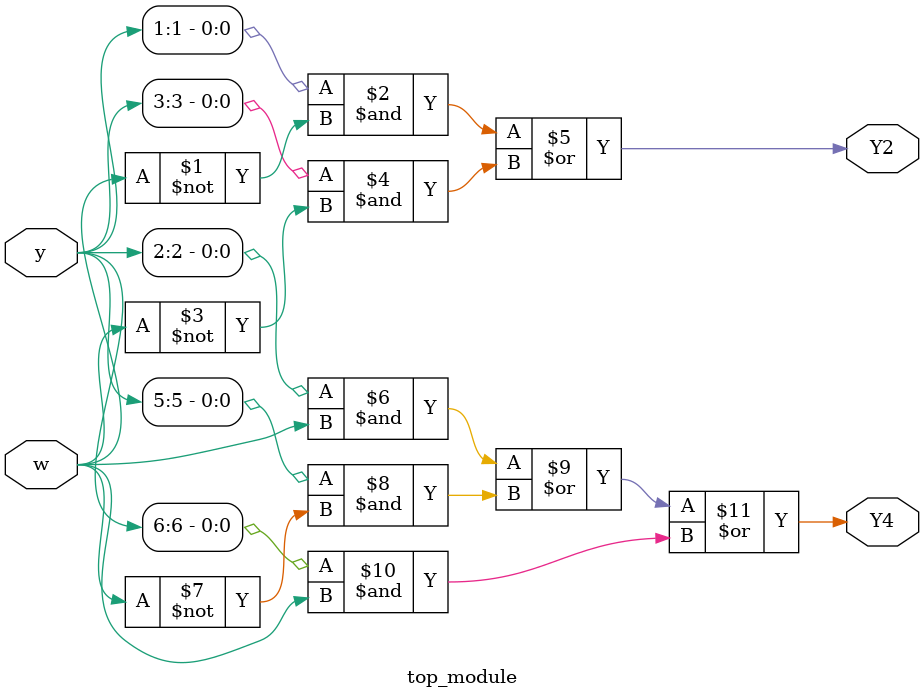
<source format=sv>
module top_module (
    input [6:1] y,
    input w,
    output Y2,
    output Y4
);

// Next-state logic for y[2] (state B and C)
assign Y2 = (y[1] & ~w) | (y[3] & ~w);

// Next-state logic for y[4] (state D and E)
assign Y4 = (y[2] & w) | (y[5] & ~w) | (y[6] & w);

endmodule

</source>
